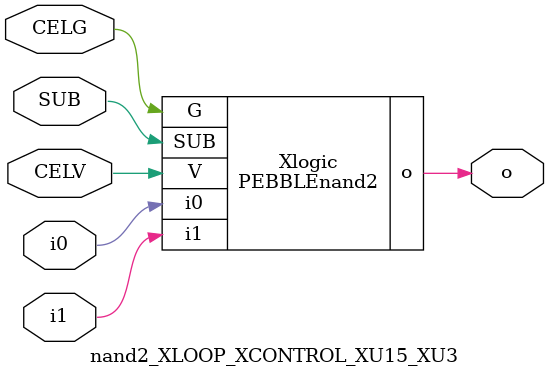
<source format=v>



module PEBBLEnand2 ( o, G, SUB, V, i0, i1 );

  input i0;
  input V;
  input i1;
  input G;
  output o;
  input SUB;
endmodule

//Celera Confidential Do Not Copy nand2_XLOOP_XCONTROL_XU15_XU3
//Celera Confidential Symbol Generator
//5V NAND2
module nand2_XLOOP_XCONTROL_XU15_XU3 (CELV,CELG,i0,i1,o,SUB);
input CELV;
input CELG;
input i0;
input i1;
input SUB;
output o;

//Celera Confidential Do Not Copy nand2
PEBBLEnand2 Xlogic(
.V (CELV),
.i0 (i0),
.i1 (i1),
.o (o),
.SUB (SUB),
.G (CELG)
);
//,diesize,PEBBLEnand2

//Celera Confidential Do Not Copy Module End
//Celera Schematic Generator
endmodule

</source>
